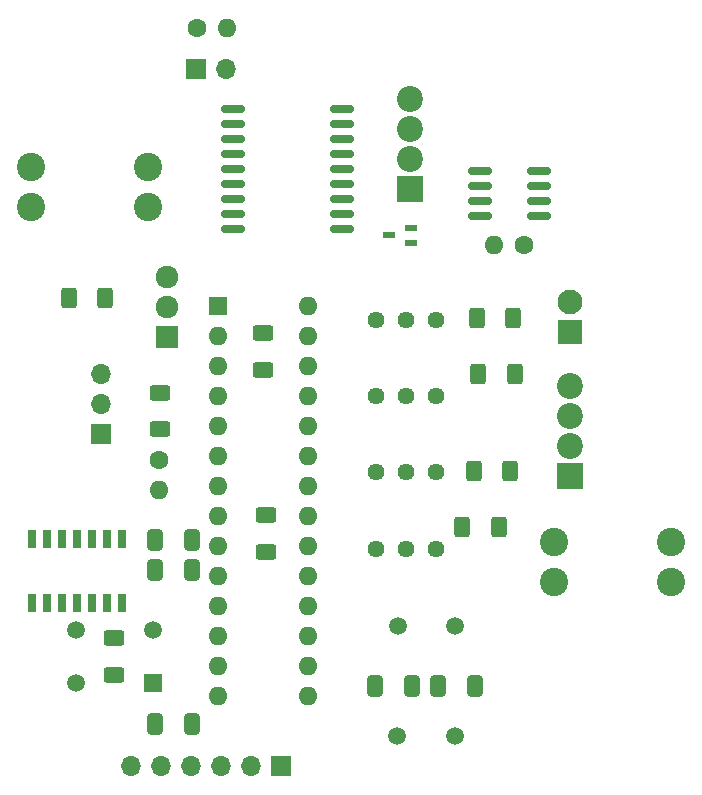
<source format=gbr>
%TF.GenerationSoftware,KiCad,Pcbnew,8.0.1-rc1*%
%TF.CreationDate,2024-07-27T18:45:49-07:00*%
%TF.ProjectId,AMS - CANBus Sensor - Pressure,414d5320-2d20-4434-914e-427573205365,rev?*%
%TF.SameCoordinates,Original*%
%TF.FileFunction,Soldermask,Bot*%
%TF.FilePolarity,Negative*%
%FSLAX46Y46*%
G04 Gerber Fmt 4.6, Leading zero omitted, Abs format (unit mm)*
G04 Created by KiCad (PCBNEW 8.0.1-rc1) date 2024-07-27 18:45:49*
%MOMM*%
%LPD*%
G01*
G04 APERTURE LIST*
G04 Aperture macros list*
%AMRoundRect*
0 Rectangle with rounded corners*
0 $1 Rounding radius*
0 $2 $3 $4 $5 $6 $7 $8 $9 X,Y pos of 4 corners*
0 Add a 4 corners polygon primitive as box body*
4,1,4,$2,$3,$4,$5,$6,$7,$8,$9,$2,$3,0*
0 Add four circle primitives for the rounded corners*
1,1,$1+$1,$2,$3*
1,1,$1+$1,$4,$5*
1,1,$1+$1,$6,$7*
1,1,$1+$1,$8,$9*
0 Add four rect primitives between the rounded corners*
20,1,$1+$1,$2,$3,$4,$5,0*
20,1,$1+$1,$4,$5,$6,$7,0*
20,1,$1+$1,$6,$7,$8,$9,0*
20,1,$1+$1,$8,$9,$2,$3,0*%
G04 Aperture macros list end*
%ADD10C,1.440000*%
%ADD11R,2.100000X2.100000*%
%ADD12C,2.100000*%
%ADD13C,1.600000*%
%ADD14O,1.600000X1.600000*%
%ADD15R,2.200000X2.200000*%
%ADD16C,2.200000*%
%ADD17R,1.700000X1.700000*%
%ADD18O,1.700000X1.700000*%
%ADD19C,2.400000*%
%ADD20R,1.600000X1.600000*%
%ADD21R,1.920000X1.920000*%
%ADD22C,1.920000*%
%ADD23C,1.500000*%
%ADD24R,1.500000X1.500000*%
%ADD25RoundRect,0.250000X-0.412500X-0.650000X0.412500X-0.650000X0.412500X0.650000X-0.412500X0.650000X0*%
%ADD26RoundRect,0.150000X0.825000X0.150000X-0.825000X0.150000X-0.825000X-0.150000X0.825000X-0.150000X0*%
%ADD27RoundRect,0.250000X-0.400000X-0.625000X0.400000X-0.625000X0.400000X0.625000X-0.400000X0.625000X0*%
%ADD28RoundRect,0.250000X0.400000X0.625000X-0.400000X0.625000X-0.400000X-0.625000X0.400000X-0.625000X0*%
%ADD29RoundRect,0.250000X-0.625000X0.400000X-0.625000X-0.400000X0.625000X-0.400000X0.625000X0.400000X0*%
%ADD30RoundRect,0.250000X0.412500X0.650000X-0.412500X0.650000X-0.412500X-0.650000X0.412500X-0.650000X0*%
%ADD31RoundRect,0.150000X0.875000X0.150000X-0.875000X0.150000X-0.875000X-0.150000X0.875000X-0.150000X0*%
%ADD32R,0.650000X1.525000*%
%ADD33RoundRect,0.250000X0.625000X-0.400000X0.625000X0.400000X-0.625000X0.400000X-0.625000X-0.400000X0*%
%ADD34R,1.000000X0.550000*%
G04 APERTURE END LIST*
D10*
%TO.C,RV2*%
X154274400Y-95885200D03*
X156814400Y-95885200D03*
X159354400Y-95885200D03*
%TD*%
D11*
%TO.C,J6*%
X170718000Y-84022300D03*
D12*
X170718000Y-81482300D03*
%TD*%
D10*
%TO.C,RV3*%
X154274400Y-89435200D03*
X156814400Y-89435200D03*
X159354400Y-89435200D03*
%TD*%
D13*
%TO.C,R7*%
X139116100Y-58260700D03*
D14*
X141656100Y-58260700D03*
%TD*%
D15*
%TO.C,J1*%
X157148000Y-71872800D03*
D16*
X157148000Y-69332800D03*
X157148000Y-66792800D03*
X157148000Y-64252800D03*
%TD*%
D13*
%TO.C,NTC1*%
X135965600Y-94809500D03*
D14*
X135965600Y-97349500D03*
%TD*%
D17*
%TO.C,J3*%
X146254600Y-120744200D03*
D18*
X143714600Y-120744200D03*
X141174600Y-120744200D03*
X138634600Y-120744200D03*
X136094600Y-120744200D03*
X133554600Y-120744200D03*
%TD*%
D10*
%TO.C,RV1*%
X154274400Y-102335200D03*
X156814400Y-102335200D03*
X159354400Y-102335200D03*
%TD*%
D19*
%TO.C,U5*%
X134999500Y-70018000D03*
X134999500Y-73418000D03*
X125079500Y-70018000D03*
X125079500Y-73418000D03*
%TD*%
D13*
%TO.C,R6*%
X166799100Y-76611000D03*
D14*
X164259100Y-76611000D03*
%TD*%
D17*
%TO.C,Powerboard1*%
X130976300Y-92602600D03*
D18*
X130976300Y-90062600D03*
X130976300Y-87522600D03*
%TD*%
D20*
%TO.C,U2*%
X140929500Y-81761800D03*
D14*
X140929500Y-84301800D03*
X140929500Y-86841800D03*
X140929500Y-89381800D03*
X140929500Y-91921800D03*
X140929500Y-94461800D03*
X140929500Y-97001800D03*
X140929500Y-99541800D03*
X140929500Y-102081800D03*
X140929500Y-104621800D03*
X140929500Y-107161800D03*
X140929500Y-109701800D03*
X140929500Y-112241800D03*
X140929500Y-114781800D03*
X148549500Y-114781800D03*
X148549500Y-112241800D03*
X148549500Y-109701800D03*
X148549500Y-107161800D03*
X148549500Y-104621800D03*
X148549500Y-102081800D03*
X148549500Y-99541800D03*
X148549500Y-97001800D03*
X148549500Y-94461800D03*
X148549500Y-91921800D03*
X148549500Y-89381800D03*
X148549500Y-86841800D03*
X148549500Y-84301800D03*
X148549500Y-81761800D03*
%TD*%
D17*
%TO.C,J5*%
X139049600Y-61738500D03*
D18*
X141589600Y-61738500D03*
%TD*%
D21*
%TO.C,Q1*%
X136586000Y-84423600D03*
D22*
X136586000Y-81883600D03*
X136586000Y-79343600D03*
%TD*%
D15*
%TO.C,J2*%
X170699000Y-96212100D03*
D16*
X170699000Y-93672100D03*
X170699000Y-91132100D03*
X170699000Y-88592100D03*
%TD*%
D10*
%TO.C,RV4*%
X154274400Y-82985200D03*
X156814400Y-82985200D03*
X159354400Y-82985200D03*
%TD*%
D23*
%TO.C,Y2*%
X156129700Y-108923600D03*
X161009700Y-108923600D03*
%TD*%
D24*
%TO.C,Reset1*%
X135385300Y-113752500D03*
D23*
X128885300Y-113752500D03*
X135385300Y-109252500D03*
X128885300Y-109252500D03*
%TD*%
%TO.C,Y1*%
X156104800Y-118178000D03*
X160984800Y-118178000D03*
%TD*%
D19*
%TO.C,U1*%
X179270500Y-101766200D03*
X179270500Y-105166200D03*
X169350500Y-101766200D03*
X169350500Y-105166200D03*
%TD*%
D25*
%TO.C,C2*%
X154199500Y-114008300D03*
X157324500Y-114008300D03*
%TD*%
D26*
%TO.C,U4*%
X168068800Y-70361000D03*
X168068800Y-71631000D03*
X168068800Y-72901000D03*
X168068800Y-74171000D03*
X163118800Y-74171000D03*
X163118800Y-72901000D03*
X163118800Y-71631000D03*
X163118800Y-70361000D03*
%TD*%
D27*
%TO.C,R8*%
X162938988Y-87547934D03*
X166038988Y-87547934D03*
%TD*%
D28*
%TO.C,R1*%
X131364300Y-81129300D03*
X128264300Y-81129300D03*
%TD*%
D29*
%TO.C,R4*%
X132096400Y-109912300D03*
X132096400Y-113012300D03*
%TD*%
D27*
%TO.C,R15*%
X162833854Y-82820428D03*
X165933854Y-82820428D03*
%TD*%
D30*
%TO.C,C4*%
X162702000Y-113983400D03*
X159577000Y-113983400D03*
%TD*%
D31*
%TO.C,U3*%
X151455100Y-65127000D03*
X151455100Y-66397000D03*
X151455100Y-67667000D03*
X151455100Y-68937000D03*
X151455100Y-70207000D03*
X151455100Y-71477000D03*
X151455100Y-72747000D03*
X151455100Y-74017000D03*
X151455100Y-75287000D03*
X142155100Y-75287000D03*
X142155100Y-74017000D03*
X142155100Y-72747000D03*
X142155100Y-71477000D03*
X142155100Y-70207000D03*
X142155100Y-68937000D03*
X142155100Y-67667000D03*
X142155100Y-66397000D03*
X142155100Y-65127000D03*
%TD*%
D32*
%TO.C,IC2*%
X125213300Y-101541300D03*
X126483300Y-101541300D03*
X127753300Y-101541300D03*
X129023300Y-101541300D03*
X130293300Y-101541300D03*
X131563300Y-101541300D03*
X132833300Y-101541300D03*
X132833300Y-106965300D03*
X131563300Y-106965300D03*
X130293300Y-106965300D03*
X129023300Y-106965300D03*
X127753300Y-106965300D03*
X126483300Y-106965300D03*
X125213300Y-106965300D03*
%TD*%
D33*
%TO.C,R5*%
X144703000Y-87196800D03*
X144703000Y-84096800D03*
%TD*%
D29*
%TO.C,R3*%
X135973000Y-89148700D03*
X135973000Y-92248700D03*
%TD*%
D30*
%TO.C,C1*%
X138717100Y-117199700D03*
X135592100Y-117199700D03*
%TD*%
D27*
%TO.C,R14*%
X161571669Y-100494307D03*
X164671669Y-100494307D03*
%TD*%
%TO.C,R9*%
X162578429Y-95803791D03*
X165678429Y-95803791D03*
%TD*%
D29*
%TO.C,R2*%
X144995600Y-99509000D03*
X144995600Y-102609000D03*
%TD*%
D30*
%TO.C,C7*%
X138719800Y-104115600D03*
X135594800Y-104115600D03*
%TD*%
D34*
%TO.C,D1*%
X157281400Y-75173600D03*
X157281400Y-76473600D03*
X155381400Y-75823600D03*
%TD*%
D30*
%TO.C,C6*%
X138716100Y-101645700D03*
X135591100Y-101645700D03*
%TD*%
M02*

</source>
